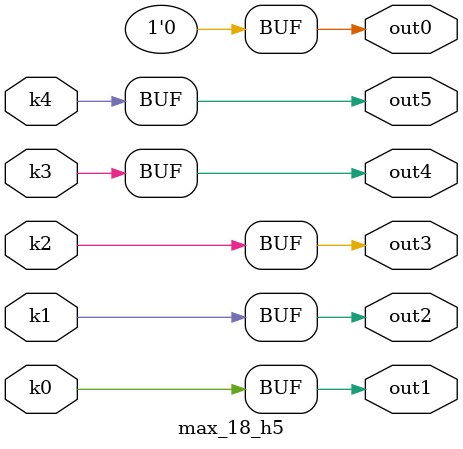
<source format=v>
module max_18(pi00, pi01, pi02, pi03, pi04, pi05, pi06, pi07, pi08, pi09, pi10, pi11, pi12, pi13, pi14, pi15, po0, po1, po2, po3, po4, po5);
input pi00, pi01, pi02, pi03, pi04, pi05, pi06, pi07, pi08, pi09, pi10, pi11, pi12, pi13, pi14, pi15;
output po0, po1, po2, po3, po4, po5;
wire k0, k1, k2, k3, k4;
max_18_w5 DUT1 (pi00, pi01, pi02, pi03, pi04, pi05, pi06, pi07, pi08, pi09, pi10, pi11, pi12, pi13, pi14, pi15, k0, k1, k2, k3, k4);
max_18_h5 DUT2 (k0, k1, k2, k3, k4, po0, po1, po2, po3, po4, po5);
endmodule

module max_18_w5(in15, in14, in13, in12, in11, in10, in9, in8, in7, in6, in5, in4, in3, in2, in1, in0, k4, k3, k2, k1, k0);
input in15, in14, in13, in12, in11, in10, in9, in8, in7, in6, in5, in4, in3, in2, in1, in0;
output k4, k3, k2, k1, k0;
assign k0 =   in0 ? in1 : (in6 ? ~in13 : ~in9);
assign k1 =   in0 ? in2 : (in6 ? ~in14 : ~in10);
assign k2 =   in0 ? in4 : (in6 ? ~in15 : ~in11);
assign k3 =   ((~in4 | ~in3) & ((~in15 & in6 & (~in12 | ~in5) & (~in13 | ~in1) & (~in14 | ~in2)) | (~in11 & ~in6 & (~in8 | ~in5) & (~in9 | ~in1) & (~in10 | ~in2)))) | ((~in2 | (~in4 & ~in3)) & ((~in14 & in6 & (~in12 | ~in5) & (~in13 | ~in1)) | (~in10 & ~in6 & (~in8 | ~in5) & (~in9 | ~in1)))) | ((~in1 | (~in2 & ~in4 & ~in3)) & ((~in13 & in6 & (~in12 | ~in5)) | (~in9 & ~in6 & (~in8 | ~in5)))) | ((~in5 | (~in4 & ~in3 & ~in1 & ~in2)) & (in6 ? ~in12 : ~in8)) | (~in2 & ~in4 & ~in3 & ~in5 & ~in1);
assign k4 =   (((in15 & (~in11 | ~in7)) | (~in11 & ~in7)) & (in12 | ~in8) & (in13 | ~in9) & (in14 | ~in10)) | ((in12 | ~in8) & ((in14 & ~in10 & (in13 | ~in9)) | (in13 & ~in9))) | (in12 & ~in8);
endmodule

module max_18_h5(k4, k3, k2, k1, k0, out5, out4, out3, out2, out1, out0);
input k4, k3, k2, k1, k0;
output out5, out4, out3, out2, out1, out0;
assign out0 = 0;
assign out1 = k0;
assign out2 = k1;
assign out3 = k2;
assign out4 = k3;
assign out5 = k4;
endmodule

</source>
